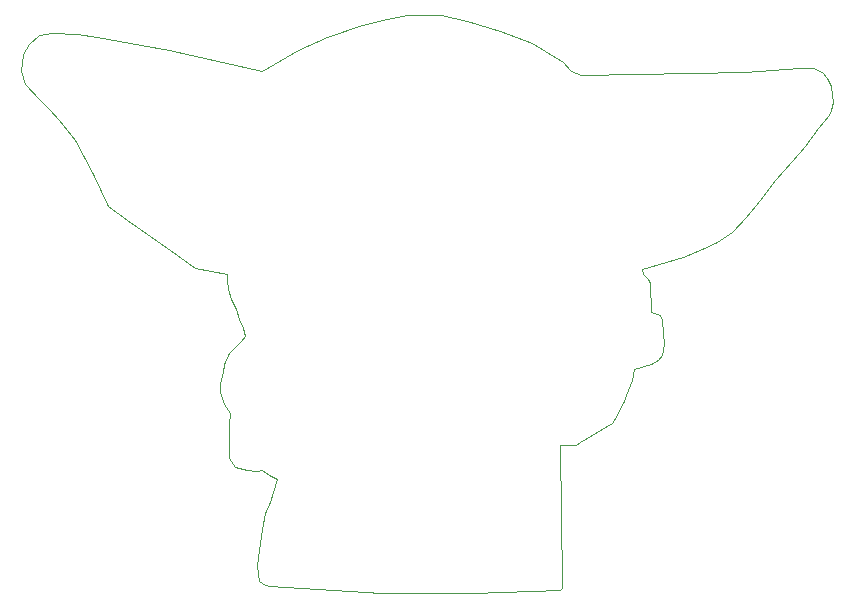
<source format=gbr>
%TF.GenerationSoftware,KiCad,Pcbnew,(6.0.0)*%
%TF.CreationDate,2022-03-29T21:45:28-05:00*%
%TF.ProjectId,Grogu,47726f67-752e-46b6-9963-61645f706362,rev?*%
%TF.SameCoordinates,Original*%
%TF.FileFunction,Profile,NP*%
%FSLAX46Y46*%
G04 Gerber Fmt 4.6, Leading zero omitted, Abs format (unit mm)*
G04 Created by KiCad (PCBNEW (6.0.0)) date 2022-03-29 21:45:28*
%MOMM*%
%LPD*%
G01*
G04 APERTURE LIST*
%TA.AperFunction,Profile*%
%ADD10C,0.100000*%
%TD*%
G04 APERTURE END LIST*
D10*
X110875000Y-89725000D02*
X112375000Y-92575000D01*
X127300000Y-118100000D02*
X127950000Y-118425000D01*
X106425000Y-82450000D02*
X106275000Y-83850000D01*
X118875000Y-99050000D02*
X121025000Y-100525000D01*
X175000000Y-86475000D02*
X174875000Y-85125000D01*
X108650000Y-87075000D02*
X109500000Y-88050000D01*
X123900000Y-107775000D02*
X123500000Y-108700000D01*
X152100000Y-127650000D02*
X152125000Y-127325000D01*
X118850000Y-82100000D02*
X115550000Y-81525000D01*
X174875000Y-85125000D02*
X174525000Y-84475000D01*
X106650000Y-84925000D02*
X107825000Y-86225000D01*
X158000000Y-110000000D02*
X158175000Y-109050000D01*
X165250000Y-98300000D02*
X166500000Y-97450000D01*
X152800000Y-115550000D02*
X153250000Y-115500000D01*
X159375000Y-101450000D02*
X158975000Y-101075000D01*
X126400000Y-124400000D02*
X126300000Y-125725000D01*
X124400000Y-117425000D02*
X125400000Y-117650000D01*
X127350000Y-127475000D02*
X136750000Y-128050000D01*
X152125000Y-127325000D02*
X151950000Y-115525000D01*
X153250000Y-115500000D02*
X153650000Y-115300000D01*
X109500000Y-88050000D02*
X110875000Y-89725000D01*
X174525000Y-84475000D02*
X174100000Y-83950000D01*
X139000000Y-79100000D02*
X137275000Y-79450000D01*
X136750000Y-128050000D02*
X144525000Y-128050000D01*
X152850000Y-83825000D02*
X152150000Y-83125000D01*
X121025000Y-100525000D02*
X123725000Y-101075000D01*
X166500000Y-97450000D02*
X167650000Y-96225000D01*
X156525000Y-113450000D02*
X157325000Y-111800000D01*
X163950000Y-98950000D02*
X165250000Y-98300000D01*
X158975000Y-101075000D02*
X158850000Y-100625000D01*
X174700000Y-87625000D02*
X174850000Y-87150000D01*
X124925000Y-106725000D02*
X123900000Y-107775000D01*
X158175000Y-109050000D02*
X159650000Y-108650000D01*
X170150000Y-93100000D02*
X171525000Y-91475000D01*
X159500000Y-101775000D02*
X159375000Y-101450000D01*
X158850000Y-100625000D02*
X162325000Y-99575000D01*
X160750000Y-106975000D02*
X160550000Y-104925000D01*
X124025000Y-103150000D02*
X124450000Y-104050000D01*
X149575000Y-81525000D02*
X146825000Y-80475000D01*
X123150000Y-111025000D02*
X123475000Y-112025000D01*
X160550000Y-104925000D02*
X160375000Y-104525000D01*
X106275000Y-83850000D02*
X106650000Y-84925000D01*
X168875000Y-94750000D02*
X170150000Y-93100000D01*
X126650000Y-83900000D02*
X118850000Y-82100000D01*
X125275000Y-106275000D02*
X124925000Y-106725000D01*
X126975000Y-121275000D02*
X126650000Y-122675000D01*
X115550000Y-81525000D02*
X112750000Y-80950000D01*
X174100000Y-83950000D02*
X173325000Y-83575000D01*
X123150000Y-110250000D02*
X123150000Y-111025000D01*
X126250000Y-117700000D02*
X126700000Y-117650000D01*
X160375000Y-104525000D02*
X159625000Y-104225000D01*
X171525000Y-91475000D02*
X172625000Y-90200000D01*
X173800000Y-88725000D02*
X174700000Y-87625000D01*
X123750000Y-101550000D02*
X123825000Y-102325000D01*
X123900000Y-115850000D02*
X123925000Y-116625000D01*
X123950000Y-112850000D02*
X123900000Y-113750000D01*
X151950000Y-127775000D02*
X152100000Y-127650000D01*
X153700000Y-84225000D02*
X152850000Y-83825000D01*
X124775000Y-104875000D02*
X125100000Y-105600000D01*
X167600000Y-83925000D02*
X153700000Y-84225000D01*
X135150000Y-79950000D02*
X132225000Y-80950000D01*
X112750000Y-80950000D02*
X111050000Y-80750000D01*
X172625000Y-90200000D02*
X173800000Y-88725000D01*
X141800000Y-79125000D02*
X139000000Y-79100000D01*
X123500000Y-108700000D02*
X123375000Y-109350000D01*
X146825000Y-80475000D02*
X144025000Y-79625000D01*
X126425000Y-127000000D02*
X126950000Y-127350000D01*
X132225000Y-80950000D02*
X129750000Y-82100000D01*
X144525000Y-128050000D02*
X151950000Y-127775000D01*
X167650000Y-96225000D02*
X168875000Y-94750000D01*
X162325000Y-99575000D02*
X163950000Y-98950000D01*
X123825000Y-102325000D02*
X124025000Y-103150000D01*
X129750000Y-82100000D02*
X126650000Y-83900000D01*
X156325000Y-113650000D02*
X156525000Y-113450000D01*
X127950000Y-118425000D02*
X127350000Y-120350000D01*
X137275000Y-79450000D02*
X135150000Y-79950000D01*
X126300000Y-125725000D02*
X126425000Y-127000000D01*
X126650000Y-122675000D02*
X126400000Y-124400000D01*
X123475000Y-112025000D02*
X123950000Y-112850000D01*
X152150000Y-83125000D02*
X149575000Y-81525000D01*
X127350000Y-120350000D02*
X126975000Y-121275000D01*
X159650000Y-108650000D02*
X160175000Y-108325000D01*
X115225000Y-96450000D02*
X118875000Y-99050000D01*
X157475000Y-111325000D02*
X158000000Y-110000000D01*
X113650000Y-95275000D02*
X115225000Y-96450000D01*
X157325000Y-111800000D02*
X157475000Y-111325000D01*
X151950000Y-115525000D02*
X152800000Y-115550000D01*
X123900000Y-113750000D02*
X123900000Y-115850000D01*
X160550000Y-107875000D02*
X160750000Y-106975000D01*
X144025000Y-79625000D02*
X141800000Y-79125000D01*
X107825000Y-80850000D02*
X106950000Y-81550000D01*
X160175000Y-108325000D02*
X160550000Y-107875000D01*
X125100000Y-105600000D02*
X125275000Y-106275000D01*
X153650000Y-115300000D02*
X156325000Y-113650000D01*
X123925000Y-116625000D02*
X124400000Y-117425000D01*
X173325000Y-83575000D02*
X172175000Y-83600000D01*
X106950000Y-81550000D02*
X106425000Y-82450000D01*
X126700000Y-117650000D02*
X127300000Y-118100000D01*
X108925000Y-80675000D02*
X107825000Y-80850000D01*
X123375000Y-109350000D02*
X123150000Y-110250000D01*
X112375000Y-92575000D02*
X113650000Y-95275000D01*
X111050000Y-80750000D02*
X108925000Y-80675000D01*
X125400000Y-117650000D02*
X126250000Y-117700000D01*
X124450000Y-104050000D02*
X124775000Y-104875000D01*
X123725000Y-101075000D02*
X123750000Y-101550000D01*
X107825000Y-86225000D02*
X108650000Y-87075000D01*
X174850000Y-87150000D02*
X175000000Y-86475000D01*
X126950000Y-127350000D02*
X127350000Y-127475000D01*
X159625000Y-104225000D02*
X159500000Y-101775000D01*
X172175000Y-83600000D02*
X167600000Y-83925000D01*
M02*

</source>
